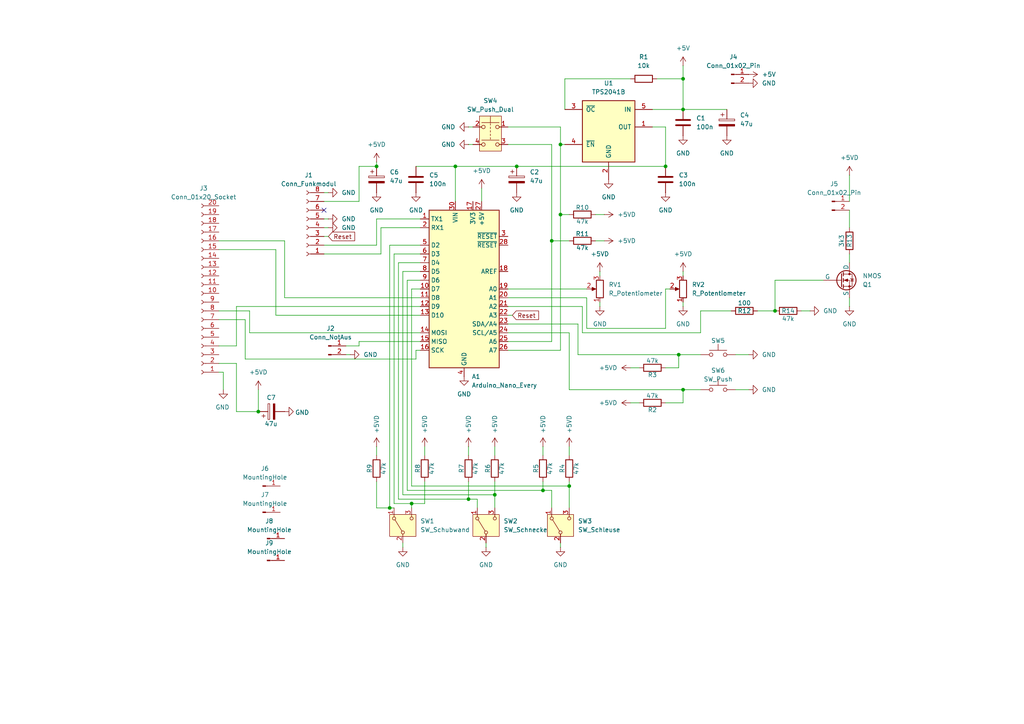
<source format=kicad_sch>
(kicad_sch (version 20231120) (generator "eeschema") (generator_version "8.0")
  (paper "A4")
  (lib_symbols
    (symbol "Connector:Conn_01x01_Pin" (pin_names (offset 1.016) hide)
      (property "Reference" "J" (at 0 2.54 0))
      (property "Value" "Conn_01x01_Pin" (at 0 -2.54 0))
      (symbol "Conn_01x01_Pin_1_1"
        (polyline (pts (xy 1.27 0) (xy 0.8636 0)) (stroke (width 0.1524)))
        (rectangle (start 0.8636 0.127) (end 0 -0.127) (stroke (width 0.1524)) (fill (type outline)))
        (pin passive line (at 5.08 0 180) (length 3.81) (name "Pin_1") (number "1"))
      )
    )
    (symbol "Connector:Conn_01x02_Pin" (pin_names (offset 1.016) hide)
      (property "Reference" "J" (at 0 2.54 0))
      (property "Value" "Conn_01x02_Pin" (at 0 -5.08 0))
      (symbol "Conn_01x02_Pin_1_1"
        (polyline (pts (xy 1.27 -2.54) (xy 0.8636 -2.54)) (stroke (width 0.1524)))
        (polyline (pts (xy 1.27 0) (xy 0.8636 0)) (stroke (width 0.1524)))
        (rectangle (start 0.8636 -2.413) (end 0 -2.667) (stroke (width 0.1524)) (fill (type outline)))
        (rectangle (start 0.8636 0.127) (end 0 -0.127) (stroke (width 0.1524)) (fill (type outline)))
        (pin passive line (at 5.08 0 180) (length 3.81) (name "Pin_1") (number "1"))
        (pin passive line (at 5.08 -2.54 180) (length 3.81) (name "Pin_2") (number "2"))
      )
    )
    (symbol "Connector:Conn_01x08_Socket" (pin_names (offset 1.016) hide)
      (property "Reference" "J" (at 0 10.16 0))
      (property "Value" "Conn_01x08_Socket" (at 0 -12.7 0))
      (symbol "Conn_01x08_Socket_1_1"
        (arc (start 0 -9.652) (mid -0.5058 -10.16) (end 0 -10.668) (stroke (width 0.1524)))
        (arc (start 0 -7.112) (mid -0.5058 -7.62) (end 0 -8.128) (stroke (width 0.1524)))
        (arc (start 0 -4.572) (mid -0.5058 -5.08) (end 0 -5.588) (stroke (width 0.1524)))
        (arc (start 0 -2.032) (mid -0.5058 -2.54) (end 0 -3.048) (stroke (width 0.1524)))
        (polyline (pts (xy -1.27 -10.16) (xy -0.508 -10.16)) (stroke (width 0.1524)))
        (polyline (pts (xy -1.27 -7.62) (xy -0.508 -7.62)) (stroke (width 0.1524)))
        (polyline (pts (xy -1.27 -5.08) (xy -0.508 -5.08)) (stroke (width 0.1524)))
        (polyline (pts (xy -1.27 -2.54) (xy -0.508 -2.54)) (stroke (width 0.1524)))
        (polyline (pts (xy -1.27 0) (xy -0.508 0)) (stroke (width 0.1524)))
        (polyline (pts (xy -1.27 2.54) (xy -0.508 2.54)) (stroke (width 0.1524)))
        (polyline (pts (xy -1.27 5.08) (xy -0.508 5.08)) (stroke (width 0.1524)))
        (polyline (pts (xy -1.27 7.62) (xy -0.508 7.62)) (stroke (width 0.1524)))
        (arc (start 0 0.508) (mid -0.5058 0) (end 0 -0.508) (stroke (width 0.1524)))
        (arc (start 0 3.048) (mid -0.5058 2.54) (end 0 2.032) (stroke (width 0.1524)))
        (arc (start 0 5.588) (mid -0.5058 5.08) (end 0 4.572) (stroke (width 0.1524)))
        (arc (start 0 8.128) (mid -0.5058 7.62) (end 0 7.112) (stroke (width 0.1524)))
        (pin passive line (at -5.08 7.62 0) (length 3.81) (name "Pin_1") (number "1"))
        (pin passive line (at -5.08 5.08 0) (length 3.81) (name "Pin_2") (number "2"))
        (pin passive line (at -5.08 2.54 0) (length 3.81) (name "Pin_3") (number "3"))
        (pin passive line (at -5.08 0 0) (length 3.81) (name "Pin_4") (number "4"))
        (pin passive line (at -5.08 -2.54 0) (length 3.81) (name "Pin_5") (number "5"))
        (pin passive line (at -5.08 -5.08 0) (length 3.81) (name "Pin_6") (number "6"))
        (pin passive line (at -5.08 -7.62 0) (length 3.81) (name "Pin_7") (number "7"))
        (pin passive line (at -5.08 -10.16 0) (length 3.81) (name "Pin_8") (number "8"))
      )
    )
    (symbol "Connector:Conn_01x20_Socket" (pin_names (offset 1.016) hide)
      (property "Reference" "J" (at 0 25.4 0))
      (property "Value" "Conn_01x20_Socket" (at 0 -27.94 0))
      (symbol "Conn_01x20_Socket_1_1"
        (arc (start 0 -24.892) (mid -0.5058 -25.4) (end 0 -25.908) (stroke (width 0.1524)))
        (arc (start 0 -22.352) (mid -0.5058 -22.86) (end 0 -23.368) (stroke (width 0.1524)))
        (arc (start 0 -19.812) (mid -0.5058 -20.32) (end 0 -20.828) (stroke (width 0.1524)))
        (arc (start 0 -17.272) (mid -0.5058 -17.78) (end 0 -18.288) (stroke (width 0.1524)))
        (arc (start 0 -14.732) (mid -0.5058 -15.24) (end 0 -15.748) (stroke (width 0.1524)))
        (arc (start 0 -12.192) (mid -0.5058 -12.7) (end 0 -13.208) (stroke (width 0.1524)))
        (arc (start 0 -9.652) (mid -0.5058 -10.16) (end 0 -10.668) (stroke (width 0.1524)))
        (arc (start 0 -7.112) (mid -0.5058 -7.62) (end 0 -8.128) (stroke (width 0.1524)))
        (arc (start 0 -4.572) (mid -0.5058 -5.08) (end 0 -5.588) (stroke (width 0.1524)))
        (arc (start 0 -2.032) (mid -0.5058 -2.54) (end 0 -3.048) (stroke (width 0.1524)))
        (polyline (pts (xy -1.27 -25.4) (xy -0.508 -25.4)) (stroke (width 0.1524)))
        (polyline (pts (xy -1.27 -22.86) (xy -0.508 -22.86)) (stroke (width 0.1524)))
        (polyline (pts (xy -1.27 -20.32) (xy -0.508 -20.32)) (stroke (width 0.1524)))
        (polyline (pts (xy -1.27 -17.78) (xy -0.508 -17.78)) (stroke (width 0.1524)))
        (polyline (pts (xy -1.27 -15.24) (xy -0.508 -15.24)) (stroke (width 0.1524)))
        (polyline (pts (xy -1.27 -12.7) (xy -0.508 -12.7)) (stroke (width 0.1524)))
        (polyline (pts (xy -1.27 -10.16) (xy -0.508 -10.16)) (stroke (width 0.1524)))
        (polyline (pts (xy -1.27 -7.62) (xy -0.508 -7.62)) (stroke (width 0.1524)))
        (polyline (pts (xy -1.27 -5.08) (xy -0.508 -5.08)) (stroke (width 0.1524)))
        (polyline (pts (xy -1.27 -2.54) (xy -0.508 -2.54)) (stroke (width 0.1524)))
        (polyline (pts (xy -1.27 0) (xy -0.508 0)) (stroke (width 0.1524)))
        (polyline (pts (xy -1.27 2.54) (xy -0.508 2.54)) (stroke (width 0.1524)))
        (polyline (pts (xy -1.27 5.08) (xy -0.508 5.08)) (stroke (width 0.1524)))
        (polyline (pts (xy -1.27 7.62) (xy -0.508 7.62)) (stroke (width 0.1524)))
        (polyline (pts (xy -1.27 10.16) (xy -0.508 10.16)) (stroke (width 0.1524)))
        (polyline (pts (xy -1.27 12.7) (xy -0.508 12.7)) (stroke (width 0.1524)))
        (polyline (pts (xy -1.27 15.24) (xy -0.508 15.24)) (stroke (width 0.1524)))
        (polyline (pts (xy -1.27 17.78) (xy -0.508 17.78)) (stroke (width 0.1524)))
        (polyline (pts (xy -1.27 20.32) (xy -0.508 20.32)) (stroke (width 0.1524)))
        (polyline (pts (xy -1.27 22.86) (xy -0.508 22.86)) (stroke (width 0.1524)))
        (arc (start 0 0.508) (mid -0.5058 0) (end 0 -0.508) (stroke (width 0.1524)))
        (arc (start 0 3.048) (mid -0.5058 2.54) (end 0 2.032) (stroke (width 0.1524)))
        (arc (start 0 5.588) (mid -0.5058 5.08) (end 0 4.572) (stroke (width 0.1524)))
        (arc (start 0 8.128) (mid -0.5058 7.62) (end 0 7.112) (stroke (width 0.1524)))
        (arc (start 0 10.668) (mid -0.5058 10.16) (end 0 9.652) (stroke (width 0.1524)))
        (arc (start 0 13.208) (mid -0.5058 12.7) (end 0 12.192) (stroke (width 0.1524)))
        (arc (start 0 15.748) (mid -0.5058 15.24) (end 0 14.732) (stroke (width 0.1524)))
        (arc (start 0 18.288) (mid -0.5058 17.78) (end 0 17.272) (stroke (width 0.1524)))
        (arc (start 0 20.828) (mid -0.5058 20.32) (end 0 19.812) (stroke (width 0.1524)))
        (arc (start 0 23.368) (mid -0.5058 22.86) (end 0 22.352) (stroke (width 0.1524)))
        (pin passive line (at -5.08 22.86 0) (length 3.81) (name "Pin_1") (number "1"))
        (pin passive line (at -5.08 0 0) (length 3.81) (name "Pin_10") (number "10"))
        (pin passive line (at -5.08 -2.54 0) (length 3.81) (name "Pin_11") (number "11"))
        (pin passive line (at -5.08 -5.08 0) (length 3.81) (name "Pin_12") (number "12"))
        (pin passive line (at -5.08 -7.62 0) (length 3.81) (name "Pin_13") (number "13"))
        (pin passive line (at -5.08 -10.16 0) (length 3.81) (name "Pin_14") (number "14"))
        (pin passive line (at -5.08 -12.7 0) (length 3.81) (name "Pin_15") (number "15"))
        (pin passive line (at -5.08 -15.24 0) (length 3.81) (name "Pin_16") (number "16"))
        (pin passive line (at -5.08 -17.78 0) (length 3.81) (name "Pin_17") (number "17"))
        (pin passive line (at -5.08 -20.32 0) (length 3.81) (name "Pin_18") (number "18"))
        (pin passive line (at -5.08 -22.86 0) (length 3.81) (name "Pin_19") (number "19"))
        (pin passive line (at -5.08 20.32 0) (length 3.81) (name "Pin_2") (number "2"))
        (pin passive line (at -5.08 -25.4 0) (length 3.81) (name "Pin_20") (number "20"))
        (pin passive line (at -5.08 17.78 0) (length 3.81) (name "Pin_3") (number "3"))
        (pin passive line (at -5.08 15.24 0) (length 3.81) (name "Pin_4") (number "4"))
        (pin passive line (at -5.08 12.7 0) (length 3.81) (name "Pin_5") (number "5"))
        (pin passive line (at -5.08 10.16 0) (length 3.81) (name "Pin_6") (number "6"))
        (pin passive line (at -5.08 7.62 0) (length 3.81) (name "Pin_7") (number "7"))
        (pin passive line (at -5.08 5.08 0) (length 3.81) (name "Pin_8") (number "8"))
        (pin passive line (at -5.08 2.54 0) (length 3.81) (name "Pin_9") (number "9"))
      )
    )
    (symbol "Device:C" (pin_numbers hide) (pin_names (offset 0.254))
      (property "Reference" "C" (at 0.635 2.54 0))
      (property "Value" "C" (at 0.635 -2.54 0))
      (symbol "C_0_1"
        (polyline (pts (xy -2.032 -0.762) (xy 2.032 -0.762)) (stroke (width 0.508)))
        (polyline (pts (xy -2.032 0.762) (xy 2.032 0.762)) (stroke (width 0.508)))
      )
      (symbol "C_1_1"
        (pin passive line (at 0 3.81 270) (length 2.794) (name "~") (number "1"))
        (pin passive line (at 0 -3.81 90) (length 2.794) (name "~") (number "2"))
      )
    )
    (symbol "Device:C_Polarized" (pin_numbers hide) (pin_names (offset 0.254))
      (property "Reference" "C" (at 0.635 2.54 0))
      (property "Value" "C_Polarized" (at 0.635 -2.54 0))
      (symbol "C_Polarized_0_1"
        (rectangle (start -2.286 0.508) (end 2.286 1.016))
        (polyline (pts (xy -1.778 2.286) (xy -0.762 2.286)))
        (polyline (pts (xy -1.27 2.794) (xy -1.27 1.778)))
        (rectangle (start 2.286 -0.508) (end -2.286 -1.016) (fill (type outline)))
      )
      (symbol "C_Polarized_1_1"
        (pin passive line (at 0 3.81 270) (length 2.794) (name "~") (number "1"))
        (pin passive line (at 0 -3.81 90) (length 2.794) (name "~") (number "2"))
      )
    )
    (symbol "Device:R" (pin_numbers hide) (pin_names (offset 0))
      (property "Reference" "R" (at 2.032 0 90))
      (property "Value" "R" (at 0 0 90))
      (symbol "R_0_1"
        (rectangle (start -1.016 -2.54) (end 1.016 2.54) (stroke (width 0.254)))
      )
      (symbol "R_1_1"
        (pin passive line (at 0 3.81 270) (length 1.27) (name "~") (number "1"))
        (pin passive line (at 0 -3.81 90) (length 1.27) (name "~") (number "2"))
      )
    )
    (symbol "Device:R_Potentiometer" (pin_names (offset 1.016) hide)
      (property "Reference" "RV" (at -4.445 0 90))
      (property "Value" "R_Potentiometer" (at -2.54 0 90))
      (symbol "R_Potentiometer_0_1"
        (polyline (pts (xy 2.54 0) (xy 1.524 0)))
        (polyline (pts (xy 1.143 0) (xy 2.286 0.508) (xy 2.286 -0.508) (xy 1.143 0)) (fill (type outline)))
        (rectangle (start 1.016 2.54) (end -1.016 -2.54) (stroke (width 0.254)))
      )
      (symbol "R_Potentiometer_1_1"
        (pin passive line (at 0 3.81 270) (length 1.27) (name "1") (number "1"))
        (pin passive line (at 3.81 0 180) (length 1.27) (name "2") (number "2"))
        (pin passive line (at 0 -3.81 90) (length 1.27) (name "3") (number "3"))
      )
    )
    (symbol "MCU_Module:Arduino_Nano_Every"
      (property "Reference" "A" (at -10.16 23.495 0))
      (property "Value" "Arduino_Nano_Every" (at 5.08 -24.13 0))
      (symbol "Arduino_Nano_Every_0_1"
        (rectangle (start -10.16 22.86) (end 10.16 -22.86) (stroke (width 0.254)) (fill (type background)))
      )
      (symbol "Arduino_Nano_Every_1_1"
        (pin bidirectional line (at -12.7 20.32 0) (length 2.54) (name "TX1") (number "1"))
        (pin bidirectional line (at -12.7 0 0) (length 2.54) (name "D7") (number "10"))
        (pin bidirectional line (at -12.7 -2.54 0) (length 2.54) (name "D8") (number "11"))
        (pin bidirectional line (at -12.7 -5.08 0) (length 2.54) (name "D9") (number "12"))
        (pin bidirectional line (at -12.7 -7.62 0) (length 2.54) (name "D10") (number "13"))
        (pin bidirectional line (at -12.7 -12.7 0) (length 2.54) (name "MOSI") (number "14"))
        (pin bidirectional line (at -12.7 -15.24 0) (length 2.54) (name "MISO") (number "15"))
        (pin bidirectional line (at -12.7 -17.78 0) (length 2.54) (name "SCK") (number "16"))
        (pin power_out line (at 2.54 25.4 270) (length 2.54) (name "3V3") (number "17"))
        (pin input line (at 12.7 5.08 180) (length 2.54) (name "AREF") (number "18"))
        (pin bidirectional line (at 12.7 0 180) (length 2.54) (name "A0") (number "19"))
        (pin bidirectional line (at -12.7 17.78 0) (length 2.54) (name "RX1") (number "2"))
        (pin bidirectional line (at 12.7 -2.54 180) (length 2.54) (name "A1") (number "20"))
        (pin bidirectional line (at 12.7 -5.08 180) (length 2.54) (name "A2") (number "21"))
        (pin bidirectional line (at 12.7 -7.62 180) (length 2.54) (name "A3") (number "22"))
        (pin bidirectional line (at 12.7 -10.16 180) (length 2.54) (name "SDA/A4") (number "23"))
        (pin bidirectional line (at 12.7 -12.7 180) (length 2.54) (name "SCL/A5") (number "24"))
        (pin bidirectional line (at 12.7 -15.24 180) (length 2.54) (name "A6") (number "25"))
        (pin bidirectional line (at 12.7 -17.78 180) (length 2.54) (name "A7") (number "26"))
        (pin power_out line (at 5.08 25.4 270) (length 2.54) (name "+5V") (number "27"))
        (pin input line (at 12.7 12.7 180) (length 2.54) (name "~{RESET}") (number "28"))
        (pin passive line (at 0 -25.4 90) (length 2.54) hide (name "GND") (number "29"))
        (pin input line (at 12.7 15.24 180) (length 2.54) (name "~{RESET}") (number "3"))
        (pin power_in line (at -2.54 25.4 270) (length 2.54) (name "VIN") (number "30"))
        (pin power_in line (at 0 -25.4 90) (length 2.54) (name "GND") (number "4"))
        (pin bidirectional line (at -12.7 12.7 0) (length 2.54) (name "D2") (number "5"))
        (pin bidirectional line (at -12.7 10.16 0) (length 2.54) (name "D3") (number "6"))
        (pin bidirectional line (at -12.7 7.62 0) (length 2.54) (name "D4") (number "7"))
        (pin bidirectional line (at -12.7 5.08 0) (length 2.54) (name "D5") (number "8"))
        (pin bidirectional line (at -12.7 2.54 0) (length 2.54) (name "D6") (number "9"))
      )
    )
    (symbol "NMOS_1" (pin_numbers hide) (pin_names (offset 0))
      (property "Reference" "Q2" (at 6.35 1.2701 0))
      (property "Value" "NMOS" (at 6.35 -1.2699 0))
      (symbol "NMOS_1_0_1"
        (polyline (pts (xy 0.254 0) (xy -2.54 0)))
        (polyline (pts (xy 0.254 1.905) (xy 0.254 -1.905)) (stroke (width 0.254)))
        (polyline (pts (xy 0.762 -1.27) (xy 0.762 -2.286)) (stroke (width 0.254)))
        (polyline (pts (xy 0.762 0.508) (xy 0.762 -0.508)) (stroke (width 0.254)))
        (polyline (pts (xy 0.762 2.286) (xy 0.762 1.27)) (stroke (width 0.254)))
        (polyline (pts (xy 2.54 2.54) (xy 2.54 1.778)))
        (polyline (pts (xy 2.54 -2.54) (xy 2.54 0) (xy 0.762 0)))
        (polyline (pts (xy 0.762 -1.778) (xy 3.302 -1.778) (xy 3.302 1.778) (xy 0.762 1.778)))
        (polyline (pts (xy 1.016 0) (xy 2.032 0.381) (xy 2.032 -0.381) (xy 1.016 0)) (fill (type outline)))
        (polyline (pts (xy 2.794 0.508) (xy 2.921 0.381) (xy 3.683 0.381) (xy 3.81 0.254)))
        (polyline (pts (xy 3.302 0.381) (xy 2.921 -0.254) (xy 3.683 -0.254) (xy 3.302 0.381)))
        (circle (center 1.651 0) (radius 2.794) (stroke (width 0.254)))
        (circle (center 2.54 -1.778) (radius 0.254) (fill (type outline)))
        (circle (center 2.54 1.778) (radius 0.254) (fill (type outline)))
      )
      (symbol "NMOS_1_1_1"
        (pin input line (at -5.08 0 0) (length 2.54) (name "G") (number "1"))
        (pin passive line (at 2.54 -5.08 90) (length 2.54) (name "S") (number "2"))
        (pin passive line (at 2.54 5.08 270) (length 2.54) (name "D") (number "3"))
      )
    )
    (symbol "Power_Management:TPS2041B" (pin_names (offset 1.016))
      (property "Reference" "U" (at 0 10.795 0))
      (property "Value" "TPS2041B" (at 0 8.89 0))
      (symbol "TPS2041B_0_1"
        (rectangle (start -7.62 7.62) (end 7.62 -10.16) (stroke (width 0.254)) (fill (type background)))
      )
      (symbol "TPS2041B_1_1"
        (pin power_out line (at 12.7 0 180) (length 5.08) (name "OUT") (number "1"))
        (pin power_in line (at 0 -15.24 90) (length 5.08) (name "GND") (number "2"))
        (pin open_collector line (at -12.7 5.08 0) (length 5.08) (name "~{OC}") (number "3"))
        (pin input line (at -12.7 -5.08 0) (length 5.08) (name "~{EN}") (number "4"))
        (pin power_in line (at 12.7 5.08 180) (length 5.08) (name "IN") (number "5"))
      )
    )
    (symbol "Switch:SW_Push" (pin_numbers hide) (pin_names (offset 1.016) hide)
      (property "Reference" "SW" (at 1.27 2.54 0))
      (property "Value" "SW_Push" (at 0 -1.524 0))
      (symbol "SW_Push_0_1"
        (circle (center -2.032 0) (radius 0.508))
        (polyline (pts (xy 0 1.27) (xy 0 3.048)))
        (polyline (pts (xy 2.54 1.27) (xy -2.54 1.27)))
        (circle (center 2.032 0) (radius 0.508))
        (pin passive line (at -5.08 0 0) (length 2.54) (name "1") (number "1"))
        (pin passive line (at 5.08 0 180) (length 2.54) (name "2") (number "2"))
      )
    )
    (symbol "Switch:SW_Push_Dual" (pin_names (offset 1.016) hide)
      (property "Reference" "SW" (at 0 7.62 0))
      (property "Value" "SW_Push_Dual" (at 0 -6.35 0))
      (symbol "SW_Push_Dual_0_1"
        (circle (center -2.032 -2.54) (radius 0.508))
        (circle (center -2.032 2.54) (radius 0.508))
        (polyline (pts (xy 0 -0.508) (xy 0 -1.016)))
        (polyline (pts (xy 0 0.508) (xy 0 0)))
        (polyline (pts (xy 0 1.016) (xy 0 1.524)))
        (polyline (pts (xy 0 2.032) (xy 0 2.54)))
        (polyline (pts (xy 0 3.048) (xy 0 3.556)))
        (polyline (pts (xy 0 3.81) (xy 0 5.588)))
        (polyline (pts (xy 2.54 -1.27) (xy -2.54 -1.27)))
        (polyline (pts (xy 2.54 3.81) (xy -2.54 3.81)))
        (circle (center 2.032 -2.54) (radius 0.508))
        (circle (center 2.032 2.54) (radius 0.508))
        (pin passive line (at -5.08 2.54 0) (length 2.54) (name "1") (number "1"))
        (pin passive line (at 5.08 2.54 180) (length 2.54) (name "2") (number "2"))
        (pin passive line (at -5.08 -2.54 0) (length 2.54) (name "3") (number "3"))
        (pin passive line (at 5.08 -2.54 180) (length 2.54) (name "4") (number "4"))
      )
      (symbol "SW_Push_Dual_1_1"
        (rectangle (start -3.175 5.715) (end 3.175 -4.445) (fill (type background)))
      )
    )
    (symbol "Switch:SW_SPDT" (pin_names (offset 0) hide)
      (property "Reference" "SW" (at 0 5.08 0))
      (property "Value" "SW_SPDT" (at 0 -5.08 0))
      (symbol "SW_SPDT_0_1"
        (circle (center -2.032 0) (radius 0.4572))
        (polyline (pts (xy -1.651 0.254) (xy 1.651 2.286)))
        (circle (center 2.032 -2.54) (radius 0.4572))
        (circle (center 2.032 2.54) (radius 0.4572))
      )
      (symbol "SW_SPDT_1_1"
        (rectangle (start -3.175 3.81) (end 3.175 -3.81) (fill (type background)))
        (pin passive line (at 5.08 2.54 180) (length 2.54) (name "A") (number "1"))
        (pin passive line (at -5.08 0 0) (length 2.54) (name "B") (number "2"))
        (pin passive line (at 5.08 -2.54 180) (length 2.54) (name "C") (number "3"))
      )
    )
    (symbol "power:+5V" (power) (pin_numbers hide) (pin_names (offset 0) hide)
      (property "Value" "+5V" (at 0 3.556 0))
      (symbol "+5V_0_1"
        (polyline (pts (xy -0.762 1.27) (xy 0 2.54)))
        (polyline (pts (xy 0 0) (xy 0 2.54)))
        (polyline (pts (xy 0 2.54) (xy 0.762 1.27)))
      )
      (symbol "+5V_1_1"
        (pin power_in line (at 0 0 90) (length 0) (name "~") (number "1"))
      )
    )
    (symbol "power:+5VD" (power) (pin_numbers hide) (pin_names (offset 0) hide)
      (property "Value" "+5VD" (at 0 3.556 0))
      (symbol "+5VD_0_1"
        (polyline (pts (xy -0.762 1.27) (xy 0 2.54)))
        (polyline (pts (xy 0 0) (xy 0 2.54)))
        (polyline (pts (xy 0 2.54) (xy 0.762 1.27)))
      )
      (symbol "+5VD_1_1"
        (pin power_in line (at 0 0 90) (length 0) (name "~") (number "1"))
      )
    )
    (symbol "power:GND" (power) (pin_numbers hide) (pin_names (offset 0) hide)
      (property "Value" "GND" (at 0 -3.81 0))
      (symbol "GND_0_1"
        (polyline (pts (xy 0 0) (xy 0 -1.27) (xy 1.27 -1.27) (xy 0 -2.54) (xy -1.27 -1.27) (xy 0 -1.27)))
      )
      (symbol "GND_1_1"
        (pin power_in line (at 0 0 270) (length 0) (name "~") (number "1"))
      )
    )
  )
  (junction (at 193.04 48.26))
  (junction (at 74.93 119.38))
  (junction (at 132.08 48.26))
  (junction (at 198.12 113.03))
  (junction (at 157.48 142.24))
  (junction (at 143.51 143.51))
  (junction (at 162.56 62.23))
  (junction (at 135.89 144.78))
  (junction (at 198.12 22.86))
  (junction (at 196.85 102.87))
  (junction (at 224.79 90.17))
  (junction (at 113.03 147.32))
  (junction (at 109.22 48.26))
  (junction (at 165.1 140.97))
  (junction (at 149.86 48.26))
  (junction (at 119.38 146.05))
  (junction (at 162.56 41.91))
  (junction (at 160.02 69.85))
  (junction (at 198.12 31.75))
  (no_connect (at 93.98 60.96))
  (wire (pts (xy 147.32 86.36) (xy 170.18 86.36)))
  (wire (pts (xy 143.51 129.54) (xy 143.51 132.08)))
  (wire (pts (xy 109.22 46.99) (xy 109.22 48.26)))
  (wire (pts (xy 132.08 48.26) (xy 132.08 58.42)))
  (wire (pts (xy 147.32 99.06) (xy 160.02 99.06)))
  (wire (pts (xy 63.5 72.39) (xy 80.01 72.39)))
  (wire (pts (xy 193.04 106.68) (xy 196.85 106.68)))
  (wire (pts (xy 135.89 144.78) (xy 138.43 144.78)))
  (wire (pts (xy 119.38 146.05) (xy 119.38 147.32)))
  (wire (pts (xy 132.08 48.26) (xy 149.86 48.26)))
  (wire (pts (xy 82.55 69.85) (xy 82.55 86.36)))
  (wire (pts (xy 121.92 88.9) (xy 68.58 88.9)))
  (wire (pts (xy 143.51 147.32) (xy 143.51 143.51)))
  (wire (pts (xy 143.51 139.7) (xy 143.51 143.51)))
  (wire (pts (xy 93.98 63.5) (xy 95.25 63.5)))
  (wire (pts (xy 213.36 113.03) (xy 217.17 113.03)))
  (wire (pts (xy 198.12 87.63) (xy 198.12 88.9)))
  (wire (pts (xy 121.92 83.82) (xy 119.38 83.82)))
  (wire (pts (xy 147.32 36.83) (xy 162.56 36.83)))
  (wire (pts (xy 100.33 100.33) (xy 104.14 100.33)))
  (wire (pts (xy 118.11 142.24) (xy 118.11 81.28)))
  (wire (pts (xy 116.84 143.51) (xy 116.84 78.74)))
  (wire (pts (xy 182.88 106.68) (xy 185.42 106.68)))
  (wire (pts (xy 246.38 60.96) (xy 246.38 66.04)))
  (wire (pts (xy 121.92 66.04) (xy 110.49 66.04)))
  (wire (pts (xy 115.57 144.78) (xy 135.89 144.78)))
  (wire (pts (xy 157.48 142.24) (xy 118.11 142.24)))
  (wire (pts (xy 113.03 71.12) (xy 113.03 147.32)))
  (wire (pts (xy 162.56 62.23) (xy 165.1 62.23)))
  (wire (pts (xy 119.38 140.97) (xy 165.1 140.97)))
  (wire (pts (xy 64.77 107.95) (xy 64.77 113.03)))
  (wire (pts (xy 190.5 22.86) (xy 198.12 22.86)))
  (wire (pts (xy 68.58 119.38) (xy 74.93 119.38)))
  (wire (pts (xy 234.95 90.17) (xy 232.41 90.17)))
  (wire (pts (xy 72.39 96.52) (xy 72.39 90.17)))
  (wire (pts (xy 120.65 104.14) (xy 120.65 101.6)))
  (wire (pts (xy 93.98 66.04) (xy 95.25 66.04)))
  (wire (pts (xy 148.59 91.44) (xy 147.32 91.44)))
  (wire (pts (xy 63.5 105.41) (xy 68.58 105.41)))
  (wire (pts (xy 109.22 71.12) (xy 109.22 63.5)))
  (wire (pts (xy 224.79 81.28) (xy 238.76 81.28)))
  (wire (pts (xy 123.19 146.05) (xy 119.38 146.05)))
  (wire (pts (xy 168.91 88.9) (xy 168.91 96.52)))
  (wire (pts (xy 109.22 63.5) (xy 121.92 63.5)))
  (wire (pts (xy 165.1 140.97) (xy 165.1 147.32)))
  (wire (pts (xy 123.19 139.7) (xy 123.19 146.05)))
  (wire (pts (xy 198.12 116.84) (xy 198.12 113.03)))
  (wire (pts (xy 72.39 96.52) (xy 121.92 96.52)))
  (wire (pts (xy 196.85 106.68) (xy 196.85 102.87)))
  (wire (pts (xy 80.01 91.44) (xy 80.01 72.39)))
  (wire (pts (xy 104.14 99.06) (xy 104.14 100.33)))
  (wire (pts (xy 160.02 69.85) (xy 160.02 41.91)))
  (wire (pts (xy 114.3 146.05) (xy 114.3 73.66)))
  (wire (pts (xy 104.14 48.26) (xy 109.22 48.26)))
  (wire (pts (xy 162.56 157.48) (xy 162.56 158.75)))
  (wire (pts (xy 160.02 69.85) (xy 165.1 69.85)))
  (wire (pts (xy 160.02 142.24) (xy 157.48 142.24)))
  (wire (pts (xy 116.84 157.48) (xy 116.84 158.75)))
  (wire (pts (xy 138.43 144.78) (xy 138.43 147.32)))
  (wire (pts (xy 115.57 76.2) (xy 115.57 144.78)))
  (wire (pts (xy 193.04 48.26) (xy 149.86 48.26)))
  (wire (pts (xy 193.04 83.82) (xy 194.31 83.82)))
  (wire (pts (xy 189.23 36.83) (xy 193.04 36.83)))
  (wire (pts (xy 139.7 54.61) (xy 139.7 58.42)))
  (wire (pts (xy 182.88 116.84) (xy 185.42 116.84)))
  (wire (pts (xy 63.5 69.85) (xy 82.55 69.85)))
  (wire (pts (xy 160.02 147.32) (xy 160.02 142.24)))
  (wire (pts (xy 135.89 41.91) (xy 137.16 41.91)))
  (wire (pts (xy 193.04 116.84) (xy 198.12 116.84)))
  (wire (pts (xy 147.32 83.82) (xy 170.18 83.82)))
  (wire (pts (xy 198.12 31.75) (xy 198.12 22.86)))
  (wire (pts (xy 147.32 96.52) (xy 165.1 96.52)))
  (wire (pts (xy 140.97 157.48) (xy 140.97 158.75)))
  (wire (pts (xy 193.04 95.25) (xy 193.04 83.82)))
  (wire (pts (xy 175.26 69.85) (xy 172.72 69.85)))
  (wire (pts (xy 95.25 68.58) (xy 93.98 68.58)))
  (wire (pts (xy 157.48 139.7) (xy 157.48 142.24)))
  (wire (pts (xy 219.71 90.17) (xy 224.79 90.17)))
  (wire (pts (xy 163.83 41.91) (xy 162.56 41.91)))
  (wire (pts (xy 162.56 36.83) (xy 162.56 41.91)))
  (wire (pts (xy 121.92 76.2) (xy 115.57 76.2)))
  (wire (pts (xy 109.22 139.7) (xy 109.22 147.32)))
  (wire (pts (xy 147.32 88.9) (xy 168.91 88.9)))
  (wire (pts (xy 114.3 73.66) (xy 121.92 73.66)))
  (wire (pts (xy 170.18 95.25) (xy 193.04 95.25)))
  (wire (pts (xy 113.03 147.32) (xy 114.3 147.32)))
  (wire (pts (xy 123.19 129.54) (xy 123.19 132.08)))
  (wire (pts (xy 120.65 48.26) (xy 132.08 48.26)))
  (wire (pts (xy 173.99 87.63) (xy 173.99 88.9)))
  (wire (pts (xy 68.58 105.41) (xy 68.58 119.38)))
  (wire (pts (xy 198.12 113.03) (xy 203.2 113.03)))
  (wire (pts (xy 71.12 104.14) (xy 120.65 104.14)))
  (wire (pts (xy 165.1 113.03) (xy 198.12 113.03)))
  (wire (pts (xy 198.12 22.86) (xy 198.12 19.05)))
  (wire (pts (xy 165.1 139.7) (xy 165.1 140.97)))
  (wire (pts (xy 246.38 76.2) (xy 246.38 73.66)))
  (wire (pts (xy 165.1 96.52) (xy 165.1 113.03)))
  (wire (pts (xy 104.14 58.42) (xy 93.98 58.42)))
  (wire (pts (xy 143.51 143.51) (xy 116.84 143.51)))
  (wire (pts (xy 80.01 91.44) (xy 121.92 91.44)))
  (wire (pts (xy 203.2 90.17) (xy 212.09 90.17)))
  (wire (pts (xy 196.85 102.87) (xy 203.2 102.87)))
  (wire (pts (xy 167.64 93.98) (xy 167.64 102.87)))
  (wire (pts (xy 100.33 102.87) (xy 101.6 102.87)))
  (wire (pts (xy 162.56 62.23) (xy 162.56 101.6)))
  (wire (pts (xy 64.77 107.95) (xy 63.5 107.95)))
  (wire (pts (xy 114.3 146.05) (xy 119.38 146.05)))
  (wire (pts (xy 110.49 66.04) (xy 110.49 73.66)))
  (wire (pts (xy 193.04 36.83) (xy 193.04 48.26)))
  (wire (pts (xy 135.89 36.83) (xy 137.16 36.83)))
  (wire (pts (xy 173.99 78.74) (xy 173.99 80.01)))
  (wire (pts (xy 71.12 92.71) (xy 63.5 92.71)))
  (wire (pts (xy 110.49 73.66) (xy 93.98 73.66)))
  (wire (pts (xy 246.38 50.8) (xy 246.38 58.42)))
  (wire (pts (xy 189.23 31.75) (xy 198.12 31.75)))
  (wire (pts (xy 120.65 101.6) (xy 121.92 101.6)))
  (wire (pts (xy 109.22 147.32) (xy 113.03 147.32)))
  (wire (pts (xy 198.12 78.74) (xy 198.12 80.01)))
  (wire (pts (xy 74.93 113.03) (xy 74.93 119.38)))
  (wire (pts (xy 68.58 100.33) (xy 63.5 100.33)))
  (wire (pts (xy 213.36 102.87) (xy 217.17 102.87)))
  (wire (pts (xy 162.56 41.91) (xy 162.56 62.23)))
  (wire (pts (xy 203.2 96.52) (xy 203.2 90.17)))
  (wire (pts (xy 104.14 48.26) (xy 104.14 58.42)))
  (wire (pts (xy 160.02 41.91) (xy 147.32 41.91)))
  (wire (pts (xy 82.55 86.36) (xy 121.92 86.36)))
  (wire (pts (xy 121.92 99.06) (xy 104.14 99.06)))
  (wire (pts (xy 135.89 139.7) (xy 135.89 144.78)))
  (wire (pts (xy 72.39 90.17) (xy 63.5 90.17)))
  (wire (pts (xy 167.64 102.87) (xy 196.85 102.87)))
  (wire (pts (xy 175.26 62.23) (xy 172.72 62.23)))
  (wire (pts (xy 170.18 86.36) (xy 170.18 95.25)))
  (wire (pts (xy 165.1 129.54) (xy 165.1 132.08)))
  (wire (pts (xy 118.11 81.28) (xy 121.92 81.28)))
  (wire (pts (xy 119.38 83.82) (xy 119.38 140.97)))
  (wire (pts (xy 157.48 129.54) (xy 157.48 132.08)))
  (wire (pts (xy 168.91 96.52) (xy 203.2 96.52)))
  (wire (pts (xy 160.02 99.06) (xy 160.02 69.85)))
  (wire (pts (xy 198.12 31.75) (xy 210.82 31.75)))
  (wire (pts (xy 71.12 104.14) (xy 71.12 92.71)))
  (wire (pts (xy 135.89 129.54) (xy 135.89 132.08)))
  (wire (pts (xy 163.83 22.86) (xy 163.83 31.75)))
  (wire (pts (xy 162.56 101.6) (xy 147.32 101.6)))
  (wire (pts (xy 224.79 90.17) (xy 224.79 81.28)))
  (wire (pts (xy 116.84 78.74) (xy 121.92 78.74)))
  (wire (pts (xy 93.98 71.12) (xy 109.22 71.12)))
  (wire (pts (xy 182.88 22.86) (xy 163.83 22.86)))
  (wire (pts (xy 147.32 93.98) (xy 167.64 93.98)))
  (wire (pts (xy 246.38 88.9) (xy 246.38 86.36)))
  (wire (pts (xy 93.98 55.88) (xy 95.25 55.88)))
  (wire (pts (xy 109.22 129.54) (xy 109.22 132.08)))
  (wire (pts (xy 121.92 71.12) (xy 113.03 71.12)))
  (wire (pts (xy 68.58 88.9) (xy 68.58 100.33)))
  (global_label "Reset" (shape input) (at 95.25 68.58 0) (property "Intersheetrefs" "${INTERSHEET_REFS}" (effects (hide yes))))
  (global_label "Reset" (shape input) (at 148.59 91.44 0) (property "Intersheetrefs" "${INTERSHEET_REFS}" (effects (hide yes))))
  (symbol (lib_id "power:GND") (at 135.89 36.83 270) (unit 1)
    (property "Reference" "#PWR015" (effects (hide yes)))
    (property "Value" "GND" (at 132.08 36.8299 90) (effects (justify right)))
    (property "Description" "Power symbol creates a global label with name \"GND\" , ground" (effects (hide yes)))
  )
  (symbol (lib_id "Device:R") (at 135.89 135.89 180) (unit 1)
    (property "Reference" "R7" (at 133.858 135.89 90))
    (property "Value" "47k" (at 137.922 135.89 90))
    (property "Footprint" "Resistor_SMD:R_0805_2012Metric" (effects (hide yes)))
    (property "Description" "Resistor" (effects (hide yes)))
  )
  (symbol (lib_id "power:GND") (at 217.17 24.13 90) (unit 1)
    (property "Reference" "#PWR033" (effects (hide yes)))
    (property "Value" "GND" (at 220.98 24.1299 90) (effects (justify right)))
    (property "Description" "Power symbol creates a global label with name \"GND\" , ground" (effects (hide yes)))
  )
  (symbol (lib_id "power:+5VD") (at 182.88 106.68 90) (unit 1)
    (property "Reference" "#PWR030" (effects (hide yes)))
    (property "Value" "+5VD" (at 179.07 106.6799 90) (effects (justify left)))
    (property "Description" "Power symbol creates a global label with name \"+5VD\"" (effects (hide yes)))
  )
  (symbol (lib_id "power:+5VD") (at 135.89 129.54 0) (unit 1)
    (property "Reference" "#PWR037" (effects (hide yes)))
    (property "Value" "+5VD" (at 135.8901 125.73 90) (effects (justify left)))
    (property "Description" "Power symbol creates a global label with name \"+5VD\"" (effects (hide yes)))
  )
  (symbol (lib_id "Connector:Conn_01x01_Pin") (at 76.2 140.97 0) (unit 1)
    (property "Reference" "J6" (at 76.835 135.89 0))
    (property "Value" "MountingHole" (at 76.835 138.43 0))
    (property "Footprint" "MountingHole:MountingHole_2.7mm_M2.5" (effects (hide yes)))
    (property "Description" "Generic connector, single row, 01x01, script generated" (effects (hide yes)))
  )
  (symbol (lib_id "power:GND") (at 149.86 55.88 0) (unit 1)
    (property "Reference" "#PWR022" (effects (hide yes)))
    (property "Value" "GND" (at 149.86 60.96 0))
    (property "Description" "Power symbol creates a global label with name \"GND\" , ground" (effects (hide yes)))
  )
  (symbol (lib_id "power:GND") (at 234.95 90.17 90) (unit 1)
    (property "Reference" "#PWR044" (effects (hide yes)))
    (property "Value" "GND" (at 238.76 90.1701 90) (effects (justify right)))
    (property "Description" "Power symbol creates a global label with name \"GND\" , ground" (effects (hide yes)))
  )
  (symbol (lib_id "Switch:SW_Push") (at 208.28 102.87 0) (unit 1)
    (property "Reference" "SW5" (at 208.28 98.806 0))
    (property "Value" "SW_Push" (effects (hide yes)))
    (property "Footprint" "Connector_PinHeader_2.54mm:PinHeader_1x02_P2.54mm_Horizontal" (effects (hide yes)))
    (property "Description" "Push button switch, generic, two pins" (effects (hide yes)))
  )
  (symbol (lib_id "power:GND") (at 162.56 158.75 0) (unit 1)
    (property "Reference" "#PWR03" (effects (hide yes)))
    (property "Value" "GND" (at 162.56 163.83 0))
    (property "Description" "Power symbol creates a global label with name \"GND\" , ground" (effects (hide yes)))
  )
  (symbol (lib_id "power:+5VD") (at 143.51 129.54 0) (unit 1)
    (property "Reference" "#PWR036" (effects (hide yes)))
    (property "Value" "+5VD" (at 143.5101 125.73 90) (effects (justify left)))
    (property "Description" "Power symbol creates a global label with name \"+5VD\"" (effects (hide yes)))
  )
  (symbol (lib_id "Connector:Conn_01x01_Pin") (at 76.2 148.59 0) (unit 1)
    (property "Reference" "J7" (at 76.835 143.51 0))
    (property "Value" "MountingHole" (at 76.835 146.05 0))
    (property "Footprint" "MountingHole:MountingHole_2.7mm_M2.5" (effects (hide yes)))
    (property "Description" "Generic connector, single row, 01x01, script generated" (effects (hide yes)))
  )
  (symbol (lib_id "Connector:Conn_01x02_Pin") (at 95.25 100.33 0) (unit 1)
    (property "Reference" "J2" (at 95.885 95.25 0))
    (property "Value" "Conn_NotAus" (at 95.885 97.79 0))
    (property "Footprint" "Connector_PinHeader_2.54mm:PinHeader_1x02_P2.54mm_Horizontal" (effects (hide yes)))
    (property "Description" "Generic connector, single row, 01x02, script generated" (effects (hide yes)))
  )
  (symbol (lib_id "Device:R") (at 189.23 116.84 270) (unit 1)
    (property "Reference" "R2" (at 189.23 118.872 90))
    (property "Value" "47k" (at 189.23 114.808 90))
    (property "Footprint" "Resistor_SMD:R_0805_2012Metric" (effects (hide yes)))
    (property "Description" "Resistor" (effects (hide yes)))
  )
  (symbol (lib_id "power:+5V") (at 217.17 21.59 270) (unit 1)
    (property "Reference" "#PWR032" (effects (hide yes)))
    (property "Value" "+5V" (at 220.98 21.5899 90) (effects (justify left)))
    (property "Description" "Power symbol creates a global label with name \"+5V\"" (effects (hide yes)))
  )
  (symbol (lib_id "power:+5VD") (at 182.88 116.84 90) (unit 1)
    (property "Reference" "#PWR031" (effects (hide yes)))
    (property "Value" "+5VD" (at 179.07 116.8399 90) (effects (justify left)))
    (property "Description" "Power symbol creates a global label with name \"+5VD\"" (effects (hide yes)))
  )
  (symbol (lib_id "Device:R") (at 189.23 106.68 270) (unit 1)
    (property "Reference" "R3" (at 189.23 108.712 90))
    (property "Value" "47k" (at 189.23 104.648 90))
    (property "Footprint" "Resistor_SMD:R_0805_2012Metric" (effects (hide yes)))
    (property "Description" "Resistor" (effects (hide yes)))
  )
  (symbol (lib_id "power:GND") (at 134.62 109.22 0) (unit 1)
    (property "Reference" "#PWR027" (effects (hide yes)))
    (property "Value" "GND" (at 134.62 114.3 0))
    (property "Description" "Power symbol creates a global label with name \"GND\" , ground" (effects (hide yes)))
  )
  (symbol (lib_id "Device:C") (at 198.12 35.56 0) (unit 1)
    (property "Reference" "C1" (at 201.93 34.2899 0) (effects (justify left)))
    (property "Value" "100n" (at 201.93 36.8299 0) (effects (justify left)))
    (property "Footprint" "Capacitor_SMD:C_0805_2012Metric" (effects (hide yes)))
    (property "Description" "Unpolarized capacitor" (effects (hide yes)))
  )
  (symbol (lib_id "power:GND") (at 135.89 41.91 270) (unit 1)
    (property "Reference" "#PWR010" (effects (hide yes)))
    (property "Value" "GND" (at 132.08 41.9099 90) (effects (justify right)))
    (property "Description" "Power symbol creates a global label with name \"GND\" , ground" (effects (hide yes)))
  )
  (symbol (lib_id "Device:R") (at 168.91 69.85 90) (unit 1)
    (property "Reference" "R11" (at 168.91 67.818 90))
    (property "Value" "47k" (at 168.91 71.882 90))
    (property "Footprint" "Resistor_SMD:R_0805_2012Metric" (effects (hide yes)))
    (property "Description" "Resistor" (effects (hide yes)))
  )
  (symbol (lib_id "power:+5VD") (at 173.99 78.74 0) (unit 1)
    (property "Reference" "#PWR012" (effects (hide yes)))
    (property "Value" "+5VD" (at 173.99 73.66 0))
    (property "Description" "Power symbol creates a global label with name \"+5VD\"" (effects (hide yes)))
  )
  (symbol (lib_id "power:GND") (at 95.25 63.5 90) (unit 1)
    (property "Reference" "#PWR05" (effects (hide yes)))
    (property "Value" "GND" (at 99.06 63.4999 90) (effects (justify right)))
    (property "Description" "Power symbol creates a global label with name \"GND\" , ground" (effects (hide yes)))
  )
  (symbol (lib_id "Device:C") (at 120.65 52.07 0) (unit 1)
    (property "Reference" "C5" (at 124.46 50.7999 0) (effects (justify left)))
    (property "Value" "100n" (at 124.46 53.3399 0) (effects (justify left)))
    (property "Footprint" "Capacitor_SMD:C_0805_2012Metric" (effects (hide yes)))
    (property "Description" "Unpolarized capacitor" (effects (hide yes)))
  )
  (symbol (lib_id "power:+5VD") (at 175.26 69.85 270) (unit 1)
    (property "Reference" "#PWR041" (effects (hide yes)))
    (property "Value" "+5VD" (at 179.07 69.8501 90) (effects (justify left)))
    (property "Description" "Power symbol creates a global label with name \"+5VD\"" (effects (hide yes)))
  )
  (symbol (lib_id "power:GND") (at 217.17 102.87 90) (unit 1)
    (property "Reference" "#PWR028" (effects (hide yes)))
    (property "Value" "GND" (at 220.98 102.8699 90) (effects (justify right)))
    (property "Description" "Power symbol creates a global label with name \"GND\" , ground" (effects (hide yes)))
  )
  (symbol (lib_id "power:+5VD") (at 109.22 129.54 0) (unit 1)
    (property "Reference" "#PWR039" (effects (hide yes)))
    (property "Value" "+5VD" (at 109.2201 125.73 90) (effects (justify left)))
    (property "Description" "Power symbol creates a global label with name \"+5VD\"" (effects (hide yes)))
  )
  (symbol (lib_id "power:GND") (at 193.04 55.88 0) (unit 1)
    (property "Reference" "#PWR021" (effects (hide yes)))
    (property "Value" "GND" (at 193.04 60.96 0))
    (property "Description" "Power symbol creates a global label with name \"GND\" , ground" (effects (hide yes)))
  )
  (symbol (lib_id "power:GND") (at 116.84 158.75 0) (unit 1)
    (property "Reference" "#PWR01" (effects (hide yes)))
    (property "Value" "GND" (at 116.84 163.83 0))
    (property "Description" "Power symbol creates a global label with name \"GND\" , ground" (effects (hide yes)))
  )
  (symbol (lib_id "Device:R") (at 109.22 135.89 180) (unit 1)
    (property "Reference" "R9" (at 107.188 135.89 90))
    (property "Value" "47k" (at 111.252 135.89 90))
    (property "Footprint" "Resistor_SMD:R_0805_2012Metric" (effects (hide yes)))
    (property "Description" "Resistor" (effects (hide yes)))
  )
  (symbol (lib_id "Device:C") (at 193.04 52.07 0) (unit 1)
    (property "Reference" "C3" (at 196.85 50.7999 0) (effects (justify left)))
    (property "Value" "100n" (at 196.85 53.3399 0) (effects (justify left)))
    (property "Footprint" "Capacitor_SMD:C_0805_2012Metric" (effects (hide yes)))
    (property "Description" "Unpolarized capacitor" (effects (hide yes)))
  )
  (symbol (lib_id "Power_Management:TPS2041B") (at 176.53 36.83 0) (unit 1)
    (property "Reference" "U1" (at 176.53 24.13 0))
    (property "Value" "TPS2041B" (at 176.53 26.67 0))
    (property "Footprint" "Package_SO:SOIC-8_3.9x4.9mm_P1.27mm" (effects (hide yes)))
    (property "Datasheet" "http://www.ti.com/lit/ds/symlink/tps2041.pdf" (effects (hide yes)))
    (property "Description" "Single power-distribution switcher" (effects (hide yes)))
  )
  (symbol (lib_name "NMOS_1") (lib_id "Simulation_SPICE:NMOS") (at 243.84 81.28 0) (unit 1)
    (property "Reference" "Q1" (at 250.19 82.5501 0) (effects (justify left)))
    (property "Value" "NMOS" (at 250.19 80.0101 0) (effects (justify left)))
    (property "Footprint" "Package_TO_SOT_SMD:TSOT-23" (effects (hide yes)))
    (property "Datasheet" "https://ngspice.sourceforge.io/docs/ngspice-html-manual/manual.xhtml#cha_MOSFETs" (effects (hide yes)))
    (property "Description" "N-MOSFET transistor, drain/source/gate" (effects (hide yes)))
    (property "Sim.Device" "NMOS" (effects (hide yes)))
    (property "Sim.Type" "VDMOS" (effects (hide yes)))
    (property "Sim.Pins" "2=D 1=G 3=S" (effects (hide yes)))
    (property "Part-NO" "FDV305N " (effects (hide yes)))
  )
  (symbol (lib_id "power:GND") (at 95.25 66.04 90) (unit 1)
    (property "Reference" "#PWR04" (effects (hide yes)))
    (property "Value" "GND" (at 99.06 66.0399 90) (effects (justify right)))
    (property "Description" "Power symbol creates a global label with name \"GND\" , ground" (effects (hide yes)))
  )
  (symbol (lib_id "power:+5VD") (at 165.1 129.54 0) (unit 1)
    (property "Reference" "#PWR034" (effects (hide yes)))
    (property "Value" "+5VD" (at 165.1001 125.73 90) (effects (justify left)))
    (property "Description" "Power symbol creates a global label with name \"+5VD\"" (effects (hide yes)))
  )
  (symbol (lib_id "power:GND") (at 95.25 55.88 90) (unit 1)
    (property "Reference" "#PWR06" (effects (hide yes)))
    (property "Value" "GND" (at 99.06 55.8799 90) (effects (justify right)))
    (property "Description" "Power symbol creates a global label with name \"GND\" , ground" (effects (hide yes)))
  )
  (symbol (lib_id "MCU_Module:Arduino_Nano_Every") (at 134.62 83.82 0) (unit 1)
    (property "Reference" "A1" (at 136.8141 109.22 0) (effects (justify left)))
    (property "Value" "Arduino_Nano_Every" (at 136.8141 111.76 0) (effects (justify left)))
    (property "Footprint" "Module:Arduino_Nano" (effects (hide yes)))
    (property "Datasheet" "https://content.arduino.cc/assets/NANOEveryV3.0_sch.pdf" (effects (hide yes)))
  )
  (symbol (lib_id "Device:R") (at 215.9 90.17 270) (unit 1)
    (property "Reference" "R12" (at 215.9 90.17 90))
    (property "Value" "100" (at 215.9 87.884 90))
    (property "Footprint" "Resistor_SMD:R_0805_2012Metric" (effects (hide yes)))
    (property "Description" "CRG0603F100R" (effects (hide yes)))
  )
  (symbol (lib_id "power:GND") (at 198.12 39.37 0) (unit 1)
    (property "Reference" "#PWR020" (effects (hide yes)))
    (property "Value" "GND" (at 198.12 44.45 0))
    (property "Description" "Power symbol creates a global label with name \"GND\" , ground" (effects (hide yes)))
  )
  (symbol (lib_id "power:GND") (at 246.38 88.9 0) (unit 1)
    (property "Reference" "#PWR042" (effects (hide yes)))
    (property "Value" "GND" (at 246.38 93.98 0))
    (property "Description" "Power symbol creates a global label with name \"GND\" , ground" (effects (hide yes)))
  )
  (symbol (lib_id "power:+5VD") (at 74.93 113.03 0) (unit 1)
    (property "Reference" "#PWR018" (effects (hide yes)))
    (property "Value" "+5VD" (at 74.93 107.95 0))
    (property "Description" "Power symbol creates a global label with name \"+5VD\"" (effects (hide yes)))
  )
  (symbol (lib_id "Switch:SW_Push") (at 208.28 113.03 0) (unit 1)
    (property "Reference" "SW6" (at 208.28 107.442 0))
    (property "Value" "SW_Push" (at 208.28 109.982 0))
    (property "Footprint" "Connector_PinHeader_2.54mm:PinHeader_1x02_P2.54mm_Horizontal" (effects (hide yes)))
    (property "Description" "Push button switch, generic, two pins" (effects (hide yes)))
  )
  (symbol (lib_id "power:GND") (at 82.55 119.38 90) (unit 1)
    (property "Reference" "#PWR026" (effects (hide yes)))
    (property "Value" "GND" (at 87.63 119.634 90))
    (property "Description" "Power symbol creates a global label with name \"GND\" , ground" (effects (hide yes)))
  )
  (symbol (lib_id "power:GND") (at 64.77 113.03 0) (unit 1)
    (property "Reference" "#PWR017" (effects (hide yes)))
    (property "Value" "GND" (at 64.516 118.11 0))
    (property "Description" "Power symbol creates a global label with name \"GND\" , ground" (effects (hide yes)))
  )
  (symbol (lib_id "Connector:Conn_01x01_Pin") (at 77.47 156.21 0) (unit 1)
    (property "Reference" "J8" (at 78.105 151.13 0))
    (property "Value" "MountingHole" (at 78.105 153.67 0))
    (property "Footprint" "MountingHole:MountingHole_2.7mm_M2.5" (effects (hide yes)))
    (property "Description" "Generic connector, single row, 01x01, script generated" (effects (hide yes)))
  )
  (symbol (lib_id "Device:R") (at 186.69 22.86 90) (unit 1)
    (property "Reference" "R1" (at 186.69 16.51 90))
    (property "Value" "10k" (at 186.69 19.05 90))
    (property "Footprint" "Resistor_SMD:R_0805_2012Metric" (effects (hide yes)))
    (property "Description" "Resistor" (effects (hide yes)))
  )
  (symbol (lib_id "Device:C_Polarized") (at 109.22 52.07 0) (unit 1)
    (property "Reference" "C6" (at 113.03 49.9109 0) (effects (justify left)))
    (property "Value" "47u" (at 113.03 52.4509 0) (effects (justify left)))
    (property "Footprint" "Capacitor_Tantalum_SMD:CP_EIA-7343-30_AVX-N" (effects (hide yes)))
    (property "Description" "Polarized capacitor" (effects (hide yes)))
  )
  (symbol (lib_id "Switch:SW_SPDT") (at 162.56 152.4 90) (unit 1)
    (property "Reference" "SW3" (at 167.64 151.1299 90) (effects (justify right)))
    (property "Value" "SW_Schleuse" (at 167.64 153.6699 90) (effects (justify right)))
    (property "Footprint" "Connector_PinHeader_2.54mm:PinHeader_1x03_P2.54mm_Horizontal" (effects (hide yes)))
    (property "Description" "Switch, single pole double throw" (effects (hide yes)))
  )
  (symbol (lib_id "power:GND") (at 198.12 88.9 0) (unit 1)
    (property "Reference" "#PWR09" (effects (hide yes)))
    (property "Value" "GND" (at 198.12 93.98 0))
    (property "Description" "Power symbol creates a global label with name \"GND\" , ground" (effects (hide yes)))
  )
  (symbol (lib_id "Device:R") (at 228.6 90.17 90) (unit 1)
    (property "Reference" "R14" (at 228.6 90.17 90))
    (property "Value" "47k" (at 228.6 92.456 90))
    (property "Footprint" "Resistor_SMD:R_0805_2012Metric" (effects (hide yes)))
    (property "Description" "CRG0603F22K" (effects (hide yes)))
    (property "Part-NO" "CRG0603F22K" (effects (hide yes)))
  )
  (symbol (lib_id "Device:R") (at 157.48 135.89 180) (unit 1)
    (property "Reference" "R5" (at 155.448 135.89 90))
    (property "Value" "47k" (at 159.512 135.89 90))
    (property "Footprint" "Resistor_SMD:R_0805_2012Metric" (effects (hide yes)))
    (property "Description" "Resistor" (effects (hide yes)))
  )
  (symbol (lib_id "Device:C_Polarized") (at 78.74 119.38 90) (unit 1)
    (property "Reference" "C7" (at 80.01 115.316 90) (effects (justify left)))
    (property "Value" "47u" (at 80.518 122.936 90) (effects (justify left)))
    (property "Footprint" "Capacitor_Tantalum_SMD:CP_EIA-7343-30_AVX-N" (effects (hide yes)))
    (property "Description" "Polarized capacitor" (effects (hide yes)))
  )
  (symbol (lib_id "Device:C_Polarized") (at 149.86 52.07 0) (unit 1)
    (property "Reference" "C2" (at 153.67 49.9109 0) (effects (justify left)))
    (property "Value" "47u" (at 153.67 52.4509 0) (effects (justify left)))
    (property "Footprint" "Capacitor_Tantalum_SMD:CP_EIA-7343-30_AVX-N" (effects (hide yes)))
    (property "Description" "Polarized capacitor" (effects (hide yes)))
  )
  (symbol (lib_id "Device:C_Polarized") (at 210.82 35.56 0) (unit 1)
    (property "Reference" "C4" (at 214.63 33.4009 0) (effects (justify left)))
    (property "Value" "47u" (at 214.63 35.9409 0) (effects (justify left)))
    (property "Footprint" "Capacitor_Tantalum_SMD:CP_EIA-7343-30_AVX-N" (effects (hide yes)))
    (property "Description" "Polarized capacitor" (effects (hide yes)))
  )
  (symbol (lib_id "power:+5VD") (at 157.48 129.54 0) (unit 1)
    (property "Reference" "#PWR035" (effects (hide yes)))
    (property "Value" "+5VD" (at 157.4801 125.73 90) (effects (justify left)))
    (property "Description" "Power symbol creates a global label with name \"+5VD\"" (effects (hide yes)))
  )
  (symbol (lib_id "power:GND") (at 140.97 158.75 0) (unit 1)
    (property "Reference" "#PWR02" (effects (hide yes)))
    (property "Value" "GND" (at 140.97 163.83 0))
    (property "Description" "Power symbol creates a global label with name \"GND\" , ground" (effects (hide yes)))
  )
  (symbol (lib_id "Device:R") (at 246.38 69.85 0) (unit 1)
    (property "Reference" "R13" (at 246.38 69.85 90))
    (property "Value" "3k3" (at 244.094 69.85 90))
    (property "Footprint" "Resistor_SMD:R_0805_2012Metric" (effects (hide yes)))
    (property "Description" "CRG0603F3K3" (effects (hide yes)))
    (property "Part-NO" "CRG0603F3K3" (effects (hide yes)))
  )
  (symbol (lib_id "power:GND") (at 101.6 102.87 90) (unit 1)
    (property "Reference" "#PWR07" (effects (hide yes)))
    (property "Value" "GND" (at 105.41 102.8699 90) (effects (justify right)))
    (property "Description" "Power symbol creates a global label with name \"GND\" , ground" (effects (hide yes)))
  )
  (symbol (lib_id "power:+5VD") (at 198.12 78.74 0) (unit 1)
    (property "Reference" "#PWR013" (effects (hide yes)))
    (property "Value" "+5VD" (at 198.12 73.66 0))
    (property "Description" "Power symbol creates a global label with name \"+5VD\"" (effects (hide yes)))
  )
  (symbol (lib_id "power:GND") (at 120.65 55.88 0) (unit 1)
    (property "Reference" "#PWR024" (effects (hide yes)))
    (property "Value" "GND" (at 120.65 60.96 0))
    (property "Description" "Power symbol creates a global label with name \"GND\" , ground" (effects (hide yes)))
  )
  (symbol (lib_id "power:+5V") (at 198.12 19.05 0) (unit 1)
    (property "Reference" "#PWR016" (effects (hide yes)))
    (property "Value" "+5V" (at 198.12 13.97 0))
    (property "Description" "Power symbol creates a global label with name \"+5V\"" (effects (hide yes)))
  )
  (symbol (lib_id "power:+5VD") (at 123.19 129.54 0) (unit 1)
    (property "Reference" "#PWR038" (effects (hide yes)))
    (property "Value" "+5VD" (at 123.1901 125.73 90) (effects (justify left)))
    (property "Description" "Power symbol creates a global label with name \"+5VD\"" (effects (hide yes)))
  )
  (symbol (lib_id "Device:R_Potentiometer") (at 198.12 83.82 180) (unit 1)
    (property "Reference" "RV2" (at 200.66 82.5499 0) (effects (justify right)))
    (property "Value" "R_Potentiometer" (at 200.66 85.0899 0) (effects (justify right)))
    (property "Footprint" "Connector_PinHeader_2.54mm:PinHeader_1x03_P2.54mm_Horizontal" (effects (hide yes)))
    (property "Description" "Potentiometer" (effects (hide yes)))
  )
  (symbol (lib_id "Switch:SW_SPDT") (at 140.97 152.4 90) (unit 1)
    (property "Reference" "SW2" (at 146.05 151.1299 90) (effects (justify right)))
    (property "Value" "SW_Schnecke" (at 146.05 153.6699 90) (effects (justify right)))
    (property "Footprint" "Connector_PinHeader_2.54mm:PinHeader_1x03_P2.54mm_Horizontal" (effects (hide yes)))
    (property "Description" "Switch, single pole double throw" (effects (hide yes)))
  )
  (symbol (lib_id "power:+5VD") (at 139.7 54.61 0) (unit 1)
    (property "Reference" "#PWR011" (effects (hide yes)))
    (property "Value" "+5VD" (at 139.7 49.53 0))
    (property "Description" "Power symbol creates a global label with name \"+5VD\"" (effects (hide yes)))
  )
  (symbol (lib_id "Device:R") (at 165.1 135.89 180) (unit 1)
    (property "Reference" "R4" (at 163.068 135.89 90))
    (property "Value" "47k" (at 167.132 135.89 90))
    (property "Footprint" "Resistor_SMD:R_0805_2012Metric" (effects (hide yes)))
    (property "Description" "Resistor" (effects (hide yes)))
  )
  (symbol (lib_id "Connector:Conn_01x02_Pin") (at 212.09 21.59 0) (unit 1)
    (property "Reference" "J4" (at 212.725 16.51 0))
    (property "Value" "Conn_01x02_Pin" (at 212.725 19.05 0))
    (property "Footprint" "Connector_PinHeader_2.54mm:PinHeader_1x02_P2.54mm_Horizontal" (effects (hide yes)))
    (property "Description" "Generic connector, single row, 01x02, script generated" (effects (hide yes)))
  )
  (symbol (lib_id "Device:R_Potentiometer") (at 173.99 83.82 180) (unit 1)
    (property "Reference" "RV1" (at 176.53 82.5499 0) (effects (justify right)))
    (property "Value" "R_Potentiometer" (at 176.53 85.0899 0) (effects (justify right)))
    (property "Footprint" "Connector_PinHeader_2.54mm:PinHeader_1x03_P2.54mm_Horizontal" (effects (hide yes)))
    (property "Description" "Potentiometer" (effects (hide yes)))
  )
  (symbol (lib_id "power:GND") (at 217.17 113.03 90) (unit 1)
    (property "Reference" "#PWR029" (effects (hide yes)))
    (property "Value" "GND" (at 220.98 113.0299 90) (effects (justify right)))
    (property "Description" "Power symbol creates a global label with name \"GND\" , ground" (effects (hide yes)))
  )
  (symbol (lib_id "Connector:Conn_01x08_Socket") (at 88.9 66.04 180) (unit 1)
    (property "Reference" "J1" (at 89.535 50.8 0))
    (property "Value" "Conn_Funkmodul" (at 89.535 53.34 0))
    (property "Footprint" "Connector_PinHeader_2.54mm:PinHeader_1x08_P2.54mm_Horizontal" (effects (hide yes)))
    (property "Description" "Generic connector, single row, 01x08, script generated" (effects (hide yes)))
  )
  (symbol (lib_id "power:GND") (at 173.99 88.9 0) (unit 1)
    (property "Reference" "#PWR08" (effects (hide yes)))
    (property "Value" "GND" (at 173.99 93.98 0))
    (property "Description" "Power symbol creates a global label with name \"GND\" , ground" (effects (hide yes)))
  )
  (symbol (lib_id "power:+5VD") (at 246.38 50.8 0) (unit 1)
    (property "Reference" "#PWR043" (effects (hide yes)))
    (property "Value" "+5VD" (at 246.38 45.72 0))
    (property "Description" "Power symbol creates a global label with name \"+5VD\"" (effects (hide yes)))
  )
  (symbol (lib_id "power:GND") (at 176.53 52.07 0) (unit 1)
    (property "Reference" "#PWR019" (effects (hide yes)))
    (property "Value" "GND" (at 176.53 57.15 0))
    (property "Description" "Power symbol creates a global label with name \"GND\" , ground" (effects (hide yes)))
  )
  (symbol (lib_id "Device:R") (at 123.19 135.89 180) (unit 1)
    (property "Reference" "R8" (at 121.158 135.89 90))
    (property "Value" "47k" (at 125.222 135.89 90))
    (property "Footprint" "Resistor_SMD:R_0805_2012Metric" (effects (hide yes)))
    (property "Description" "Resistor" (effects (hide yes)))
  )
  (symbol (lib_id "Device:R") (at 143.51 135.89 180) (unit 1)
    (property "Reference" "R6" (at 141.478 135.89 90))
    (property "Value" "47k" (at 145.542 135.89 90))
    (property "Footprint" "Resistor_SMD:R_0805_2012Metric" (effects (hide yes)))
    (property "Description" "Resistor" (effects (hide yes)))
  )
  (symbol (lib_id "Connector:Conn_01x01_Pin") (at 77.47 162.56 0) (unit 1)
    (property "Reference" "J9" (at 78.105 157.48 0))
    (property "Value" "MountingHole" (at 78.105 160.02 0))
    (property "Footprint" "MountingHole:MountingHole_2.7mm_M2.5" (effects (hide yes)))
    (property "Description" "Generic connector, single row, 01x01, script generated" (effects (hide yes)))
  )
  (symbol (lib_id "power:+5VD") (at 109.22 46.99 0) (unit 1)
    (property "Reference" "#PWR014" (effects (hide yes)))
    (property "Value" "+5VD" (at 109.22 41.91 0))
    (property "Description" "Power symbol creates a global label with name \"+5VD\"" (effects (hide yes)))
  )
  (symbol (lib_id "Connector:Conn_01x20_Socket") (at 58.42 85.09 180) (unit 1)
    (property "Reference" "J3" (at 59.055 54.61 0))
    (property "Value" "Conn_01x20_Socket" (at 59.055 57.15 0))
    (property "Footprint" "Connector_PinHeader_2.54mm:PinHeader_1x20_P2.54mm_Vertical" (effects (hide yes)))
    (property "Description" "Generic connector, single row, 01x20, script generated" (effects (hide yes)))
  )
  (symbol (lib_id "Device:R") (at 168.91 62.23 90) (unit 1)
    (property "Reference" "R10" (at 168.91 60.198 90))
    (property "Value" "47k" (at 168.91 64.262 90))
    (property "Footprint" "Resistor_SMD:R_0805_2012Metric" (effects (hide yes)))
    (property "Description" "Resistor" (effects (hide yes)))
  )
  (symbol (lib_id "Switch:SW_Push_Dual") (at 142.24 39.37 0) (mirror y) (unit 1)
    (property "Reference" "SW4" (at 142.24 29.21 0))
    (property "Value" "SW_Push_Dual" (at 142.24 31.75 0))
    (property "Footprint" "Connector_PinHeader_2.54mm:PinHeader_1x03_P2.54mm_Horizontal" (effects (hide yes)))
    (property "Description" "Push button switch, generic, symbol, four pins" (effects (hide yes)))
  )
  (symbol (lib_id "Connector:Conn_01x02_Pin") (at 241.3 58.42 0) (unit 1)
    (property "Reference" "J5" (at 241.935 53.34 0))
    (property "Value" "Conn_01x02_Pin" (at 241.935 55.88 0))
    (property "Footprint" "Connector_PinHeader_2.54mm:PinHeader_1x02_P2.54mm_Vertical" (effects (hide yes)))
    (property "Description" "Generic connector, single row, 01x02, script generated" (effects (hide yes)))
  )
  (symbol (lib_id "power:GND") (at 210.82 39.37 0) (unit 1)
    (property "Reference" "#PWR023" (effects (hide yes)))
    (property "Value" "GND" (at 210.82 44.45 0))
    (property "Description" "Power symbol creates a global label with name \"GND\" , ground" (effects (hide yes)))
  )
  (symbol (lib_id "power:GND") (at 109.22 55.88 0) (unit 1)
    (property "Reference" "#PWR025" (effects (hide yes)))
    (property "Value" "GND" (at 109.22 60.96 0))
    (property "Description" "Power symbol creates a global label with name \"GND\" , ground" (effects (hide yes)))
  )
  (symbol (lib_id "Switch:SW_SPDT") (at 116.84 152.4 90) (unit 1)
    (property "Reference" "SW1" (at 121.92 151.1299 90) (effects (justify right)))
    (property "Value" "SW_Schubwand" (at 121.92 153.6699 90) (effects (justify right)))
    (property "Footprint" "Connector_PinHeader_2.54mm:PinHeader_1x03_P2.54mm_Horizontal" (effects (hide yes)))
    (property "Description" "Switch, single pole double throw" (effects (hide yes)))
  )
  (symbol (lib_id "power:+5VD") (at 175.26 62.23 270) (unit 1)
    (property "Reference" "#PWR040" (effects (hide yes)))
    (property "Value" "+5VD" (at 179.07 62.2301 90) (effects (justify left)))
    (property "Description" "Power symbol creates a global label with name \"+5VD\"" (effects (hide yes)))
  )
)
</source>
